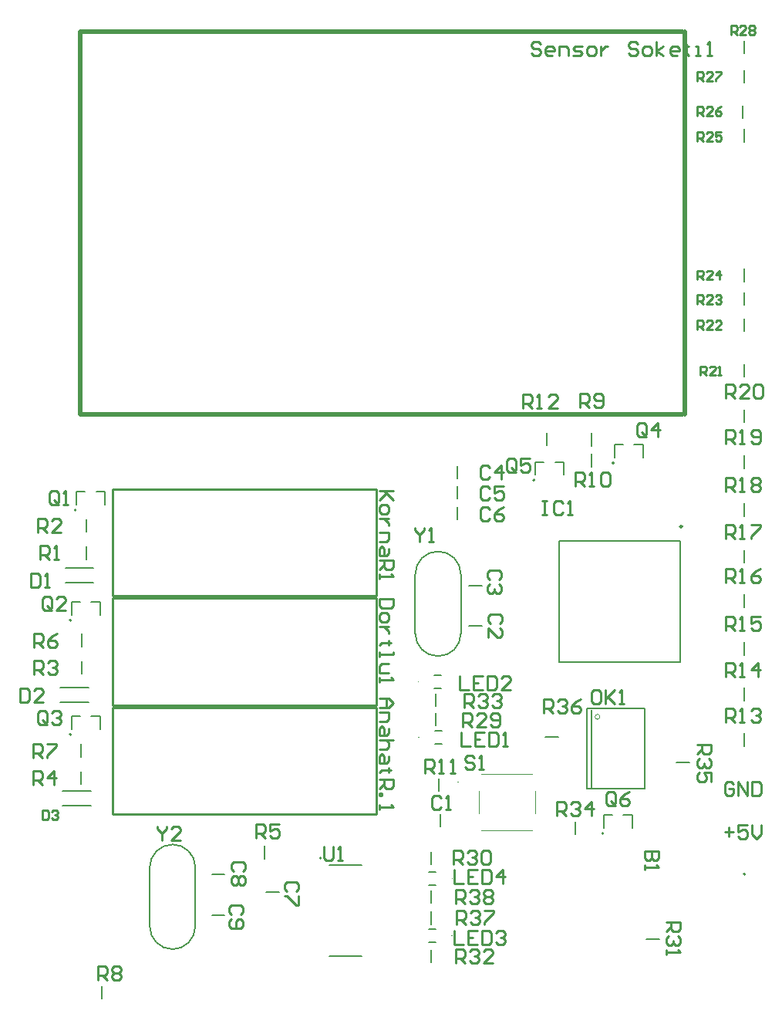
<source format=gto>
G04*
G04 #@! TF.GenerationSoftware,Altium Limited,Altium Designer,22.9.1 (49)*
G04*
G04 Layer_Color=65535*
%FSLAX44Y44*%
%MOMM*%
G71*
G04*
G04 #@! TF.SameCoordinates,3AF70149-3D4E-492E-B143-9ECFE05FD8F5*
G04*
G04*
G04 #@! TF.FilePolarity,Positive*
G04*
G01*
G75*
%ADD10C,0.2500*%
%ADD11C,0.1000*%
%ADD12C,0.2000*%
%ADD13C,0.0000*%
%ADD14C,0.1270*%
%ADD15C,0.5000*%
%ADD16C,0.1524*%
%ADD17C,0.2540*%
D10*
X757318Y528017D02*
G03*
X757318Y528017I-1250J0D01*
G01*
D11*
X510768Y247756D02*
G03*
X511768Y247756I500J0D01*
G01*
D02*
G03*
X510768Y247756I-500J0D01*
G01*
X467768Y296756D02*
G03*
X468768Y296756I500J0D01*
G01*
X466768Y357756D02*
G03*
X467768Y357756I500J0D01*
G01*
X504768Y79256D02*
G03*
X503768Y79256I-500J0D01*
G01*
X504768Y141756D02*
G03*
X503768Y141756I-500J0D01*
G01*
X533768Y213756D02*
Y237756D01*
X595768Y213756D02*
Y237756D01*
X536768Y256756D02*
X592768D01*
X536768Y194756D02*
X592768D01*
D12*
X826768Y146756D02*
G03*
X826768Y146756I-1000J0D01*
G01*
X91809Y546256D02*
G03*
X91809Y546256I-1000J0D01*
G01*
X682518Y597756D02*
G03*
X682518Y597756I-1000J0D01*
G01*
X595518Y578756D02*
G03*
X595518Y578756I-1000J0D01*
G01*
X670768Y191356D02*
G03*
X670768Y191356I-1000J0D01*
G01*
X86559Y300056D02*
G03*
X86559Y300056I-1000J0D01*
G01*
Y425256D02*
G03*
X86559Y425256I-1000J0D01*
G01*
X361268Y164306D02*
G03*
X361268Y164306I-1000J0D01*
G01*
X755068Y379017D02*
Y512017D01*
X622068Y379017D02*
X755068D01*
X622068D02*
Y512017D01*
X755068D01*
X491768Y198756D02*
Y212756D01*
X523268Y419256D02*
X537268D01*
X523268Y463256D02*
X537268D01*
X510268Y580756D02*
Y594756D01*
Y558756D02*
Y572756D01*
Y535756D02*
Y549756D01*
X300768Y126756D02*
X314768D01*
X240768Y146756D02*
X254768D01*
X240768Y101756D02*
X254768D01*
X102768Y492256D02*
Y506256D01*
Y522256D02*
Y536256D01*
X97518Y245256D02*
Y259256D01*
X298750Y163750D02*
Y177750D01*
X97518Y275256D02*
Y289256D01*
X120000Y10000D02*
Y24000D01*
X657518Y616756D02*
Y630756D01*
Y593756D02*
Y607756D01*
X490418Y237756D02*
Y251756D01*
X609000Y617000D02*
Y631000D01*
X486768Y309756D02*
Y323756D01*
X481675Y157256D02*
Y171256D01*
X718000Y75000D02*
X732000D01*
X481675Y49756D02*
Y63756D01*
X486768Y330756D02*
Y344756D01*
X639768Y190256D02*
Y204256D01*
X751268Y269256D02*
X765268D01*
X607268Y297256D02*
X621268D01*
X481675Y91806D02*
Y105806D01*
Y114756D02*
Y128756D01*
X97768Y396256D02*
Y410256D01*
X97768Y366256D02*
Y380256D01*
X825268Y387256D02*
Y401256D01*
Y592256D02*
Y606256D01*
Y439756D02*
Y453756D01*
Y488456D02*
Y502456D01*
Y337256D02*
Y351256D01*
Y692256D02*
Y706256D01*
Y539756D02*
Y553756D01*
Y287256D02*
Y301256D01*
Y742256D02*
Y756256D01*
X825000Y771000D02*
Y785000D01*
Y797000D02*
Y811000D01*
Y950000D02*
Y964000D01*
X824000Y976000D02*
Y990000D01*
X825000Y1015000D02*
Y1029000D01*
X825268Y1047256D02*
Y1061256D01*
Y642256D02*
Y656256D01*
X485768Y304256D02*
X493768D01*
X485768Y289256D02*
X493768D01*
X484768Y365256D02*
X492768D01*
X484768Y350256D02*
X492768D01*
X478768Y71756D02*
X486768D01*
X478768Y86756D02*
X486768D01*
X478768Y134256D02*
X486768D01*
X478768Y149256D02*
X486768D01*
X80018Y466256D02*
X111018D01*
X80018Y482256D02*
X111018D01*
X74768Y335256D02*
X105768D01*
X74768Y351256D02*
X105768D01*
X77000Y222000D02*
X108000D01*
X77000Y238000D02*
X108000D01*
D13*
X667029Y319256D02*
G03*
X667029Y319256I-2761J0D01*
G01*
D14*
X489268Y385756D02*
G03*
X514268Y410756I0J25000D01*
G01*
X464268D02*
G03*
X489268Y385756I25000J0D01*
G01*
X514268Y475756D02*
G03*
X489268Y500756I-25000J0D01*
G01*
D02*
G03*
X464268Y475756I0J-25000D01*
G01*
X197768Y179256D02*
G03*
X172768Y154256I0J-25000D01*
G01*
X222768D02*
G03*
X197768Y179256I-25000J0D01*
G01*
X172768Y89256D02*
G03*
X197768Y64256I25000J0D01*
G01*
D02*
G03*
X222768Y89256I0J25000D01*
G01*
X92219Y552256D02*
Y566256D01*
X101719D01*
X123399Y552256D02*
Y566256D01*
X113899D02*
X123399D01*
X682928Y603756D02*
Y617756D01*
X692428D01*
X714108Y603756D02*
Y617756D01*
X704608D02*
X714108D01*
X595928Y584756D02*
Y598756D01*
X605428D01*
X627108Y584756D02*
Y598756D01*
X617608D02*
X627108D01*
X671178Y197356D02*
Y211356D01*
X680678D01*
X702358Y197356D02*
Y211356D01*
X692858D02*
X702358D01*
X86969Y306056D02*
Y320056D01*
X96469D01*
X118149Y306056D02*
Y320056D01*
X108649D02*
X118149D01*
X86969Y431256D02*
Y445256D01*
X96469D01*
X118149Y431256D02*
Y445256D01*
X108649D02*
X118149D01*
X514268Y410756D02*
Y475756D01*
X464268Y410756D02*
Y475756D01*
X172768Y89256D02*
Y154256D01*
X222768Y89256D02*
Y154256D01*
X370018Y56756D02*
X405518D01*
X370018Y156756D02*
X405518D01*
D15*
X759768Y650906D02*
Y1070906D01*
X97768Y650906D02*
X757768D01*
X97768Y1070906D02*
X757768D01*
X96739Y650778D02*
Y1070778D01*
D16*
X657628Y240656D02*
Y327106D01*
X652468Y328106D02*
X716068D01*
X652468Y240656D02*
Y328106D01*
X716068Y240656D02*
Y328106D01*
X652468Y240656D02*
X657628D01*
X716068D01*
D17*
X131768Y212256D02*
X421768D01*
Y329256D01*
X131768D02*
X421768D01*
X131768Y212256D02*
Y329256D01*
Y332256D02*
X421768D01*
Y449256D01*
X131768D02*
X421768D01*
X131768Y332256D02*
Y449256D01*
Y451756D02*
X421768D01*
Y568756D01*
X131768D02*
X421768D01*
X131768Y451756D02*
Y568756D01*
X773382Y288313D02*
X788617D01*
Y280696D01*
X786078Y278157D01*
X781000D01*
X778461Y280696D01*
Y288313D01*
Y283235D02*
X773382Y278157D01*
X786078Y273078D02*
X788617Y270539D01*
Y265461D01*
X786078Y262922D01*
X783539D01*
X781000Y265461D01*
Y268000D01*
Y265461D01*
X778461Y262922D01*
X775922D01*
X773382Y265461D01*
Y270539D01*
X775922Y273078D01*
X788617Y247687D02*
Y257843D01*
X781000D01*
X783539Y252765D01*
Y250226D01*
X781000Y247687D01*
X775922D01*
X773382Y250226D01*
Y255304D01*
X775922Y257843D01*
X773671Y744002D02*
Y753998D01*
X778669D01*
X780335Y752332D01*
Y749000D01*
X778669Y747334D01*
X773671D01*
X777003D02*
X780335Y744002D01*
X790332D02*
X783668D01*
X790332Y750666D01*
Y752332D01*
X788666Y753998D01*
X785334D01*
X783668Y752332D01*
X800329Y744002D02*
X793664D01*
X800329Y750666D01*
Y752332D01*
X798663Y753998D01*
X795331D01*
X793664Y752332D01*
X773671Y772002D02*
Y781998D01*
X778669D01*
X780335Y780332D01*
Y777000D01*
X778669Y775334D01*
X773671D01*
X777003D02*
X780335Y772002D01*
X790332D02*
X783668D01*
X790332Y778666D01*
Y780332D01*
X788666Y781998D01*
X785334D01*
X783668Y780332D01*
X793664D02*
X795331Y781998D01*
X798663D01*
X800329Y780332D01*
Y778666D01*
X798663Y777000D01*
X796997D01*
X798663D01*
X800329Y775334D01*
Y773668D01*
X798663Y772002D01*
X795331D01*
X793664Y773668D01*
X773671Y799002D02*
Y808998D01*
X778669D01*
X780335Y807332D01*
Y804000D01*
X778669Y802334D01*
X773671D01*
X777003D02*
X780335Y799002D01*
X790332D02*
X783668D01*
X790332Y805666D01*
Y807332D01*
X788666Y808998D01*
X785334D01*
X783668Y807332D01*
X798663Y799002D02*
Y808998D01*
X793664Y804000D01*
X800329D01*
X777003Y694002D02*
Y703998D01*
X782002D01*
X783668Y702332D01*
Y699000D01*
X782002Y697334D01*
X777003D01*
X780335D02*
X783668Y694002D01*
X793664D02*
X787000D01*
X793664Y700666D01*
Y702332D01*
X791998Y703998D01*
X788666D01*
X787000Y702332D01*
X796997Y694002D02*
X800329D01*
X798663D01*
Y703998D01*
X796997Y702332D01*
X773671Y979002D02*
Y988998D01*
X778669D01*
X780335Y987332D01*
Y984000D01*
X778669Y982334D01*
X773671D01*
X777003D02*
X780335Y979002D01*
X790332D02*
X783668D01*
X790332Y985666D01*
Y987332D01*
X788666Y988998D01*
X785334D01*
X783668Y987332D01*
X800329Y988998D02*
X796997Y987332D01*
X793664Y984000D01*
Y980668D01*
X795331Y979002D01*
X798663D01*
X800329Y980668D01*
Y982334D01*
X798663Y984000D01*
X793664D01*
X773671Y951002D02*
Y960998D01*
X778669D01*
X780335Y959332D01*
Y956000D01*
X778669Y954334D01*
X773671D01*
X777003D02*
X780335Y951002D01*
X790332D02*
X783668D01*
X790332Y957666D01*
Y959332D01*
X788666Y960998D01*
X785334D01*
X783668Y959332D01*
X800329Y960998D02*
X793664D01*
Y956000D01*
X796997Y957666D01*
X798663D01*
X800329Y956000D01*
Y952668D01*
X798663Y951002D01*
X795331D01*
X793664Y952668D01*
X773671Y1017002D02*
Y1026998D01*
X778669D01*
X780335Y1025332D01*
Y1022000D01*
X778669Y1020334D01*
X773671D01*
X777003D02*
X780335Y1017002D01*
X790332D02*
X783668D01*
X790332Y1023666D01*
Y1025332D01*
X788666Y1026998D01*
X785334D01*
X783668Y1025332D01*
X793664Y1026998D02*
X800329D01*
Y1025332D01*
X793664Y1018668D01*
Y1017002D01*
X810671Y1068002D02*
Y1077998D01*
X815669D01*
X817336Y1076332D01*
Y1073000D01*
X815669Y1071334D01*
X810671D01*
X814003D02*
X817336Y1068002D01*
X827332D02*
X820668D01*
X827332Y1074666D01*
Y1076332D01*
X825666Y1077998D01*
X822334D01*
X820668Y1076332D01*
X830665D02*
X832331Y1077998D01*
X835663D01*
X837329Y1076332D01*
Y1074666D01*
X835663Y1073000D01*
X837329Y1071334D01*
Y1069668D01*
X835663Y1068002D01*
X832331D01*
X830665Y1069668D01*
Y1071334D01*
X832331Y1073000D01*
X830665Y1074666D01*
Y1076332D01*
X832331Y1073000D02*
X835663D01*
X731618Y172157D02*
X716383D01*
Y164539D01*
X718922Y162000D01*
X721461D01*
X724000Y164539D01*
Y172157D01*
Y164539D01*
X726539Y162000D01*
X729078D01*
X731618Y164539D01*
Y172157D01*
X716383Y156922D02*
Y151843D01*
Y154382D01*
X731618D01*
X729078Y156922D01*
X601879Y1057328D02*
X599340Y1059867D01*
X594261D01*
X591722Y1057328D01*
Y1054789D01*
X594261Y1052250D01*
X599340D01*
X601879Y1049711D01*
Y1047172D01*
X599340Y1044632D01*
X594261D01*
X591722Y1047172D01*
X614575Y1044632D02*
X609496D01*
X606957Y1047172D01*
Y1052250D01*
X609496Y1054789D01*
X614575D01*
X617114Y1052250D01*
Y1049711D01*
X606957D01*
X622192Y1044632D02*
Y1054789D01*
X629810D01*
X632349Y1052250D01*
Y1044632D01*
X637427D02*
X645045D01*
X647584Y1047172D01*
X645045Y1049711D01*
X639967D01*
X637427Y1052250D01*
X639967Y1054789D01*
X647584D01*
X655201Y1044632D02*
X660280D01*
X662819Y1047172D01*
Y1052250D01*
X660280Y1054789D01*
X655201D01*
X652662Y1052250D01*
Y1047172D01*
X655201Y1044632D01*
X667897Y1054789D02*
Y1044632D01*
Y1049711D01*
X670437Y1052250D01*
X672976Y1054789D01*
X675515D01*
X708524Y1057328D02*
X705985Y1059867D01*
X700907D01*
X698368Y1057328D01*
Y1054789D01*
X700907Y1052250D01*
X705985D01*
X708524Y1049711D01*
Y1047172D01*
X705985Y1044632D01*
X700907D01*
X698368Y1047172D01*
X716142Y1044632D02*
X721220D01*
X723759Y1047172D01*
Y1052250D01*
X721220Y1054789D01*
X716142D01*
X713603Y1052250D01*
Y1047172D01*
X716142Y1044632D01*
X728838D02*
Y1059867D01*
Y1049711D02*
X736455Y1054789D01*
X728838Y1049711D02*
X736455Y1044632D01*
X751690D02*
X746612D01*
X744073Y1047172D01*
Y1052250D01*
X746612Y1054789D01*
X751690D01*
X754230Y1052250D01*
Y1049711D01*
X744073D01*
X761847Y1057328D02*
Y1054789D01*
X759308D01*
X764386D01*
X761847D01*
Y1047172D01*
X764386Y1044632D01*
X772004D02*
X777082D01*
X774543D01*
Y1054789D01*
X772004D01*
X784700Y1044632D02*
X789778D01*
X787239D01*
Y1059867D01*
X784700Y1057328D01*
X813947Y245736D02*
X811407Y248275D01*
X806329D01*
X803790Y245736D01*
Y235579D01*
X806329Y233040D01*
X811407D01*
X813947Y235579D01*
Y240658D01*
X808868D01*
X819025Y233040D02*
Y248275D01*
X829182Y233040D01*
Y248275D01*
X834260D02*
Y233040D01*
X841878D01*
X844417Y235579D01*
Y245736D01*
X841878Y248275D01*
X834260D01*
X803790Y193407D02*
X813947D01*
X808868Y198486D02*
Y188329D01*
X829182Y201025D02*
X819025D01*
Y193407D01*
X824103Y195947D01*
X826643D01*
X829182Y193407D01*
Y188329D01*
X826643Y185790D01*
X821564D01*
X819025Y188329D01*
X834260Y201025D02*
Y190868D01*
X839339Y185790D01*
X844417Y190868D01*
Y201025D01*
X804924Y668658D02*
Y683893D01*
X812542D01*
X815081Y681354D01*
Y676276D01*
X812542Y673736D01*
X804924D01*
X810003D02*
X815081Y668658D01*
X830316D02*
X820159D01*
X830316Y678815D01*
Y681354D01*
X827777Y683893D01*
X822699D01*
X820159Y681354D01*
X835394D02*
X837934Y683893D01*
X843012D01*
X845551Y681354D01*
Y671197D01*
X843012Y668658D01*
X837934D01*
X835394Y671197D01*
Y681354D01*
X804924Y313566D02*
Y328801D01*
X812542D01*
X815081Y326262D01*
Y321184D01*
X812542Y318644D01*
X804924D01*
X810003D02*
X815081Y313566D01*
X820159D02*
X825238D01*
X822699D01*
Y328801D01*
X820159Y326262D01*
X832855D02*
X835394Y328801D01*
X840473D01*
X843012Y326262D01*
Y323723D01*
X840473Y321184D01*
X837934D01*
X840473D01*
X843012Y318644D01*
Y316105D01*
X840473Y313566D01*
X835394D01*
X832855Y316105D01*
X804924Y566042D02*
Y581277D01*
X812542D01*
X815081Y578738D01*
Y573660D01*
X812542Y571120D01*
X804924D01*
X810003D02*
X815081Y566042D01*
X820159D02*
X825238D01*
X822699D01*
Y581277D01*
X820159Y578738D01*
X832855D02*
X835394Y581277D01*
X840473D01*
X843012Y578738D01*
Y576199D01*
X840473Y573660D01*
X843012Y571120D01*
Y568581D01*
X840473Y566042D01*
X835394D01*
X832855Y568581D01*
Y571120D01*
X835394Y573660D01*
X832855Y576199D01*
Y578738D01*
X835394Y573660D02*
X840473D01*
X804924Y363604D02*
Y378839D01*
X812542D01*
X815081Y376300D01*
Y371222D01*
X812542Y368682D01*
X804924D01*
X810003D02*
X815081Y363604D01*
X820159D02*
X825238D01*
X822699D01*
Y378839D01*
X820159Y376300D01*
X840473Y363604D02*
Y378839D01*
X832855Y371222D01*
X843012D01*
X804924Y514734D02*
Y529969D01*
X812542D01*
X815081Y527430D01*
Y522352D01*
X812542Y519812D01*
X804924D01*
X810003D02*
X815081Y514734D01*
X820159D02*
X825238D01*
X822699D01*
Y529969D01*
X820159Y527430D01*
X832855Y529969D02*
X843012D01*
Y527430D01*
X832855Y517273D01*
Y514734D01*
X804924Y466220D02*
Y481455D01*
X812542D01*
X815081Y478916D01*
Y473838D01*
X812542Y471298D01*
X804924D01*
X810003D02*
X815081Y466220D01*
X820159D02*
X825238D01*
X822699D01*
Y481455D01*
X820159Y478916D01*
X843012Y481455D02*
X837934Y478916D01*
X832855Y473838D01*
Y468759D01*
X835394Y466220D01*
X840473D01*
X843012Y468759D01*
Y471298D01*
X840473Y473838D01*
X832855D01*
X804924Y618620D02*
Y633855D01*
X812542D01*
X815081Y631316D01*
Y626238D01*
X812542Y623698D01*
X804924D01*
X810003D02*
X815081Y618620D01*
X820159D02*
X825238D01*
X822699D01*
Y633855D01*
X820159Y631316D01*
X832855Y621159D02*
X835394Y618620D01*
X840473D01*
X843012Y621159D01*
Y631316D01*
X840473Y633855D01*
X835394D01*
X832855Y631316D01*
Y628777D01*
X835394Y626238D01*
X843012D01*
X804924Y413642D02*
Y428877D01*
X812542D01*
X815081Y426338D01*
Y421260D01*
X812542Y418720D01*
X804924D01*
X810003D02*
X815081Y413642D01*
X820159D02*
X825238D01*
X822699D01*
Y428877D01*
X820159Y426338D01*
X843012Y428877D02*
X832855D01*
Y421260D01*
X837934Y423799D01*
X840473D01*
X843012Y421260D01*
Y416181D01*
X840473Y413642D01*
X835394D01*
X832855Y416181D01*
X181304Y198617D02*
Y196078D01*
X186383Y191000D01*
X191461Y196078D01*
Y198617D01*
X186383Y191000D02*
Y183382D01*
X206696D02*
X196539D01*
X206696Y193539D01*
Y196078D01*
X204157Y198617D01*
X199078D01*
X196539Y196078D01*
X464126Y526239D02*
Y523700D01*
X469204Y518622D01*
X474283Y523700D01*
Y526239D01*
X469204Y518622D02*
Y511004D01*
X479361D02*
X484440D01*
X481900D01*
Y526239D01*
X479361Y523700D01*
X364343Y177367D02*
Y164672D01*
X366883Y162132D01*
X371961D01*
X374500Y164672D01*
Y177367D01*
X379578Y162132D02*
X384657D01*
X382118D01*
Y177367D01*
X379578Y174828D01*
X529000Y274328D02*
X526461Y276868D01*
X521382D01*
X518843Y274328D01*
Y271789D01*
X521382Y269250D01*
X526461D01*
X529000Y266711D01*
Y264172D01*
X526461Y261632D01*
X521382D01*
X518843Y264172D01*
X534078Y261632D02*
X539157D01*
X536618D01*
Y276868D01*
X534078Y274328D01*
X45322Y365638D02*
Y380873D01*
X52940D01*
X55479Y378334D01*
Y373256D01*
X52940Y370717D01*
X45322D01*
X50401D02*
X55479Y365638D01*
X60557Y378334D02*
X63096Y380873D01*
X68175D01*
X70714Y378334D01*
Y375795D01*
X68175Y373256D01*
X65636D01*
X68175D01*
X70714Y370717D01*
Y368178D01*
X68175Y365638D01*
X63096D01*
X60557Y368178D01*
X45322Y395639D02*
Y410873D01*
X52940D01*
X55479Y408334D01*
Y403256D01*
X52940Y400717D01*
X45322D01*
X50401D02*
X55479Y395639D01*
X70714Y410873D02*
X65636Y408334D01*
X60557Y403256D01*
Y398178D01*
X63096Y395639D01*
X68175D01*
X70714Y398178D01*
Y400717D01*
X68175Y403256D01*
X60557D01*
X508862Y114138D02*
Y129374D01*
X516479D01*
X519019Y126834D01*
Y121756D01*
X516479Y119217D01*
X508862D01*
X513940D02*
X519019Y114138D01*
X524097Y126834D02*
X526636Y129374D01*
X531714D01*
X534254Y126834D01*
Y124295D01*
X531714Y121756D01*
X529175D01*
X531714D01*
X534254Y119217D01*
Y116678D01*
X531714Y114138D01*
X526636D01*
X524097Y116678D01*
X539332Y126834D02*
X541871Y129374D01*
X546949D01*
X549489Y126834D01*
Y124295D01*
X546949Y121756D01*
X549489Y119217D01*
Y116678D01*
X546949Y114138D01*
X541871D01*
X539332Y116678D01*
Y119217D01*
X541871Y121756D01*
X539332Y124295D01*
Y126834D01*
X541871Y121756D02*
X546949D01*
X509955Y91638D02*
Y106874D01*
X517572D01*
X520111Y104334D01*
Y99256D01*
X517572Y96717D01*
X509955D01*
X515033D02*
X520111Y91638D01*
X525190Y104334D02*
X527729Y106874D01*
X532807D01*
X535346Y104334D01*
Y101795D01*
X532807Y99256D01*
X530268D01*
X532807D01*
X535346Y96717D01*
Y94178D01*
X532807Y91638D01*
X527729D01*
X525190Y94178D01*
X540425Y106874D02*
X550582D01*
Y104334D01*
X540425Y94178D01*
Y91638D01*
X605437Y323633D02*
Y338867D01*
X613054D01*
X615593Y336328D01*
Y331250D01*
X613054Y328711D01*
X605437D01*
X610515D02*
X615593Y323633D01*
X620672Y336328D02*
X623211Y338867D01*
X628289D01*
X630828Y336328D01*
Y333789D01*
X628289Y331250D01*
X625750D01*
X628289D01*
X630828Y328711D01*
Y326172D01*
X628289Y323633D01*
X623211D01*
X620672Y326172D01*
X646064Y338867D02*
X640985Y336328D01*
X635907Y331250D01*
Y326172D01*
X638446Y323633D01*
X643524D01*
X646064Y326172D01*
Y328711D01*
X643524Y331250D01*
X635907D01*
X619937Y210632D02*
Y225868D01*
X627554D01*
X630093Y223328D01*
Y218250D01*
X627554Y215711D01*
X619937D01*
X625015D02*
X630093Y210632D01*
X635172Y223328D02*
X637711Y225868D01*
X642789D01*
X645328Y223328D01*
Y220789D01*
X642789Y218250D01*
X640250D01*
X642789D01*
X645328Y215711D01*
Y213172D01*
X642789Y210632D01*
X637711D01*
X635172Y213172D01*
X658024Y210632D02*
Y225868D01*
X650407Y218250D01*
X660563D01*
X518455Y329138D02*
Y344374D01*
X526072D01*
X528611Y341834D01*
Y336756D01*
X526072Y334217D01*
X518455D01*
X523533D02*
X528611Y329138D01*
X533690Y341834D02*
X536229Y344374D01*
X541307D01*
X543847Y341834D01*
Y339295D01*
X541307Y336756D01*
X538768D01*
X541307D01*
X543847Y334217D01*
Y331678D01*
X541307Y329138D01*
X536229D01*
X533690Y331678D01*
X548925Y341834D02*
X551464Y344374D01*
X556542D01*
X559082Y341834D01*
Y339295D01*
X556542Y336756D01*
X554003D01*
X556542D01*
X559082Y334217D01*
Y331678D01*
X556542Y329138D01*
X551464D01*
X548925Y331678D01*
X508862Y49138D02*
Y64373D01*
X516479D01*
X519019Y61834D01*
Y56756D01*
X516479Y54217D01*
X508862D01*
X513940D02*
X519019Y49138D01*
X524097Y61834D02*
X526636Y64373D01*
X531714D01*
X534254Y61834D01*
Y59295D01*
X531714Y56756D01*
X529175D01*
X531714D01*
X534254Y54217D01*
Y51678D01*
X531714Y49138D01*
X526636D01*
X524097Y51678D01*
X549489Y49138D02*
X539332D01*
X549489Y59295D01*
Y61834D01*
X546949Y64373D01*
X541871D01*
X539332Y61834D01*
X739626Y94292D02*
X754862D01*
Y86675D01*
X752322Y84136D01*
X747244D01*
X744705Y86675D01*
Y94292D01*
Y89214D02*
X739626Y84136D01*
X752322Y79057D02*
X754862Y76518D01*
Y71440D01*
X752322Y68901D01*
X749783D01*
X747244Y71440D01*
Y73979D01*
Y71440D01*
X744705Y68901D01*
X742166D01*
X739626Y71440D01*
Y76518D01*
X742166Y79057D01*
X739626Y63822D02*
Y58744D01*
Y61283D01*
X754862D01*
X752322Y63822D01*
X506437Y157382D02*
Y172617D01*
X514054D01*
X516593Y170078D01*
Y165000D01*
X514054Y162461D01*
X506437D01*
X511515D02*
X516593Y157382D01*
X521672Y170078D02*
X524211Y172617D01*
X529289D01*
X531828Y170078D01*
Y167539D01*
X529289Y165000D01*
X526750D01*
X529289D01*
X531828Y162461D01*
Y159922D01*
X529289Y157382D01*
X524211D01*
X521672Y159922D01*
X536907Y170078D02*
X539446Y172617D01*
X544524D01*
X547063Y170078D01*
Y159922D01*
X544524Y157382D01*
X539446D01*
X536907Y159922D01*
Y170078D01*
X516455Y308139D02*
Y323374D01*
X524072D01*
X526611Y320834D01*
Y315756D01*
X524072Y313217D01*
X516455D01*
X521533D02*
X526611Y308139D01*
X541847D02*
X531690D01*
X541847Y318295D01*
Y320834D01*
X539307Y323374D01*
X534229D01*
X531690Y320834D01*
X546925Y310678D02*
X549464Y308139D01*
X554542D01*
X557082Y310678D01*
Y320834D01*
X554542Y323374D01*
X549464D01*
X546925Y320834D01*
Y318295D01*
X549464Y315756D01*
X557082D01*
X582438Y657626D02*
Y672861D01*
X590056D01*
X592595Y670322D01*
Y665244D01*
X590056Y662705D01*
X582438D01*
X587516D02*
X592595Y657626D01*
X597673D02*
X602751D01*
X600212D01*
Y672861D01*
X597673Y670322D01*
X620526Y657626D02*
X610369D01*
X620526Y667783D01*
Y670322D01*
X617986Y672861D01*
X612908D01*
X610369Y670322D01*
X474495Y257132D02*
Y272367D01*
X482113D01*
X484652Y269828D01*
Y264750D01*
X482113Y262211D01*
X474495D01*
X479574D02*
X484652Y257132D01*
X489730D02*
X494809D01*
X492270D01*
Y272367D01*
X489730Y269828D01*
X502426Y257132D02*
X507505D01*
X504966D01*
Y272367D01*
X502426Y269828D01*
X639956Y572132D02*
Y587368D01*
X647574D01*
X650113Y584828D01*
Y579750D01*
X647574Y577211D01*
X639956D01*
X645034D02*
X650113Y572132D01*
X655191D02*
X660270D01*
X657730D01*
Y587368D01*
X655191Y584828D01*
X667887D02*
X670426Y587368D01*
X675505D01*
X678044Y584828D01*
Y574672D01*
X675505Y572132D01*
X670426D01*
X667887Y574672D01*
Y584828D01*
X644804Y658382D02*
Y673617D01*
X652422D01*
X654961Y671078D01*
Y666000D01*
X652422Y663461D01*
X644804D01*
X649883D02*
X654961Y658382D01*
X660039Y660922D02*
X662578Y658382D01*
X667657D01*
X670196Y660922D01*
Y671078D01*
X667657Y673617D01*
X662578D01*
X660039Y671078D01*
Y668539D01*
X662578Y666000D01*
X670196D01*
X115536Y30126D02*
Y45361D01*
X123153D01*
X125693Y42822D01*
Y37744D01*
X123153Y35205D01*
X115536D01*
X120614D02*
X125693Y30126D01*
X130771Y42822D02*
X133310Y45361D01*
X138389D01*
X140928Y42822D01*
Y40283D01*
X138389Y37744D01*
X140928Y35205D01*
Y32666D01*
X138389Y30126D01*
X133310D01*
X130771Y32666D01*
Y35205D01*
X133310Y37744D01*
X130771Y40283D01*
Y42822D01*
X133310Y37744D02*
X138389D01*
X45072Y274638D02*
Y289874D01*
X52690D01*
X55229Y287334D01*
Y282256D01*
X52690Y279717D01*
X45072D01*
X50151D02*
X55229Y274638D01*
X60307Y289874D02*
X70464D01*
Y287334D01*
X60307Y277178D01*
Y274638D01*
X289536Y185876D02*
Y201112D01*
X297153D01*
X299693Y198572D01*
Y193494D01*
X297153Y190955D01*
X289536D01*
X294614D02*
X299693Y185876D01*
X314928Y201112D02*
X304771D01*
Y193494D01*
X309849Y196033D01*
X312389D01*
X314928Y193494D01*
Y188416D01*
X312389Y185876D01*
X307310D01*
X304771Y188416D01*
X45072Y244638D02*
Y259874D01*
X52690D01*
X55229Y257334D01*
Y252256D01*
X52690Y249717D01*
X45072D01*
X50151D02*
X55229Y244638D01*
X67925D02*
Y259874D01*
X60307Y252256D01*
X70464D01*
X50072Y521638D02*
Y536874D01*
X57690D01*
X60229Y534334D01*
Y529256D01*
X57690Y526717D01*
X50072D01*
X55151D02*
X60229Y521638D01*
X75464D02*
X65307D01*
X75464Y531795D01*
Y534334D01*
X72925Y536874D01*
X67846D01*
X65307Y534334D01*
X52611Y491638D02*
Y506874D01*
X60229D01*
X62768Y504334D01*
Y499256D01*
X60229Y496717D01*
X52611D01*
X57690D02*
X62768Y491638D01*
X67846D02*
X72925D01*
X70386D01*
Y506874D01*
X67846Y504334D01*
X65229Y438178D02*
Y448334D01*
X62690Y450873D01*
X57611D01*
X55072Y448334D01*
Y438178D01*
X57611Y435638D01*
X62690D01*
X60151Y440717D02*
X65229Y435638D01*
X62690D02*
X65229Y438178D01*
X80464Y435638D02*
X70307D01*
X80464Y445795D01*
Y448334D01*
X77925Y450873D01*
X72846D01*
X70307Y448334D01*
X60229Y313178D02*
Y323334D01*
X57690Y325873D01*
X52611D01*
X50072Y323334D01*
Y313178D01*
X52611Y310638D01*
X57690D01*
X55151Y315717D02*
X60229Y310638D01*
X57690D02*
X60229Y313178D01*
X65307Y323334D02*
X67846Y325873D01*
X72925D01*
X75464Y323334D01*
Y320795D01*
X72925Y318256D01*
X70386D01*
X72925D01*
X75464Y315717D01*
Y313178D01*
X72925Y310638D01*
X67846D01*
X65307Y313178D01*
X683711Y224672D02*
Y234828D01*
X681172Y237367D01*
X676093D01*
X673554Y234828D01*
Y224672D01*
X676093Y222132D01*
X681172D01*
X678633Y227211D02*
X683711Y222132D01*
X681172D02*
X683711Y224672D01*
X698946Y237367D02*
X693867Y234828D01*
X688789Y229750D01*
Y224672D01*
X691328Y222132D01*
X696407D01*
X698946Y224672D01*
Y227211D01*
X696407Y229750D01*
X688789D01*
X574461Y590172D02*
Y600328D01*
X571922Y602868D01*
X566843D01*
X564304Y600328D01*
Y590172D01*
X566843Y587632D01*
X571922D01*
X569383Y592711D02*
X574461Y587632D01*
X571922D02*
X574461Y590172D01*
X589696Y602868D02*
X579539D01*
Y595250D01*
X584618Y597789D01*
X587157D01*
X589696Y595250D01*
Y590172D01*
X587157Y587632D01*
X582078D01*
X579539Y590172D01*
X717711Y629422D02*
Y639578D01*
X715172Y642117D01*
X710093D01*
X707554Y639578D01*
Y629422D01*
X710093Y626883D01*
X715172D01*
X712633Y631961D02*
X717711Y626883D01*
X715172D02*
X717711Y629422D01*
X730407Y626883D02*
Y642117D01*
X722789Y634500D01*
X732946D01*
X72768Y554178D02*
Y564334D01*
X70229Y566874D01*
X65151D01*
X62611Y564334D01*
Y554178D01*
X65151Y551638D01*
X70229D01*
X67690Y556717D02*
X72768Y551638D01*
X70229D02*
X72768Y554178D01*
X77846Y551638D02*
X82925D01*
X80386D01*
Y566874D01*
X77846Y564334D01*
X665593Y349118D02*
X660515D01*
X657976Y346578D01*
Y336422D01*
X660515Y333882D01*
X665593D01*
X668132Y336422D01*
Y346578D01*
X665593Y349118D01*
X673211D02*
Y333882D01*
Y338961D01*
X683368Y349118D01*
X675750Y341500D01*
X683368Y333882D01*
X688446D02*
X693524D01*
X690985D01*
Y349118D01*
X688446Y346578D01*
X507337Y151874D02*
Y136638D01*
X517494D01*
X532729Y151874D02*
X522572D01*
Y136638D01*
X532729D01*
X522572Y144256D02*
X527651D01*
X537807Y151874D02*
Y136638D01*
X545425D01*
X547964Y139178D01*
Y149334D01*
X545425Y151874D01*
X537807D01*
X560660Y136638D02*
Y151874D01*
X553042Y144256D01*
X563199D01*
X507337Y84374D02*
Y69138D01*
X517494D01*
X532729Y84374D02*
X522572D01*
Y69138D01*
X532729D01*
X522572Y76756D02*
X527651D01*
X537807Y84374D02*
Y69138D01*
X545425D01*
X547964Y71678D01*
Y81834D01*
X545425Y84374D01*
X537807D01*
X553042Y81834D02*
X555582Y84374D01*
X560660D01*
X563199Y81834D01*
Y79295D01*
X560660Y76756D01*
X558121D01*
X560660D01*
X563199Y74217D01*
Y71678D01*
X560660Y69138D01*
X555582D01*
X553042Y71678D01*
X512837Y364374D02*
Y349138D01*
X522994D01*
X538229Y364374D02*
X528072D01*
Y349138D01*
X538229D01*
X528072Y356756D02*
X533151D01*
X543307Y364374D02*
Y349138D01*
X550925D01*
X553464Y351678D01*
Y361834D01*
X550925Y364374D01*
X543307D01*
X568699Y349138D02*
X558542D01*
X568699Y359295D01*
Y361834D01*
X566160Y364374D01*
X561082D01*
X558542Y361834D01*
X514376Y302374D02*
Y287139D01*
X524533D01*
X539768Y302374D02*
X529611D01*
Y287139D01*
X539768D01*
X529611Y294756D02*
X534690D01*
X544846Y302374D02*
Y287139D01*
X552464D01*
X555003Y289678D01*
Y299834D01*
X552464Y302374D01*
X544846D01*
X560082Y287139D02*
X565160D01*
X562621D01*
Y302374D01*
X560082Y299834D01*
X440386Y567500D02*
X425151D01*
X430229D01*
X440386Y557344D01*
X432768Y564961D01*
X425151Y557344D01*
Y549726D02*
Y544648D01*
X427690Y542109D01*
X432768D01*
X435307Y544648D01*
Y549726D01*
X432768Y552265D01*
X427690D01*
X425151Y549726D01*
X435307Y537030D02*
X425151D01*
X430229D01*
X432768Y534491D01*
X435307Y531952D01*
Y529413D01*
X425151Y521795D02*
X435307D01*
Y514178D01*
X432768Y511638D01*
X425151D01*
X435307Y504021D02*
Y498943D01*
X432768Y496403D01*
X425151D01*
Y504021D01*
X427690Y506560D01*
X430229Y504021D01*
Y496403D01*
X425151Y491325D02*
X440386D01*
Y483708D01*
X437846Y481168D01*
X432768D01*
X430229Y483708D01*
Y491325D01*
Y486247D02*
X425151Y481168D01*
Y476090D02*
Y471012D01*
Y473551D01*
X440386D01*
X437846Y476090D01*
X603318Y556211D02*
X608396D01*
X605857D01*
Y540976D01*
X603318D01*
X608396D01*
X626171Y553672D02*
X623632Y556211D01*
X618553D01*
X616014Y553672D01*
Y543515D01*
X618553Y540976D01*
X623632D01*
X626171Y543515D01*
X631249Y540976D02*
X636327D01*
X633788D01*
Y556211D01*
X631249Y553672D01*
X440386Y448961D02*
X425151D01*
Y441344D01*
X427690Y438805D01*
X437846D01*
X440386Y441344D01*
Y448961D01*
X425151Y431187D02*
Y426109D01*
X427690Y423569D01*
X432768D01*
X435307Y426109D01*
Y431187D01*
X432768Y433726D01*
X427690D01*
X425151Y431187D01*
X435307Y418491D02*
X425151D01*
X430229D01*
X432768Y415952D01*
X435307Y413413D01*
Y410873D01*
X437846Y400717D02*
X435307D01*
Y403256D01*
Y398178D01*
Y400717D01*
X427690D01*
X425151Y398178D01*
Y390560D02*
Y385482D01*
Y388021D01*
X440386D01*
Y390560D01*
X435307Y377864D02*
X427690D01*
X425151Y375325D01*
Y367707D01*
X435307D01*
X425151Y362629D02*
Y357551D01*
Y360090D01*
X440386D01*
X437846Y362629D01*
X54901Y216742D02*
Y206746D01*
X59900D01*
X61566Y208412D01*
Y215076D01*
X59900Y216742D01*
X54901D01*
X64898Y215076D02*
X66564Y216742D01*
X69896D01*
X71562Y215076D01*
Y213410D01*
X69896Y211744D01*
X68230D01*
X69896D01*
X71562Y210078D01*
Y208412D01*
X69896Y206746D01*
X66564D01*
X64898Y208412D01*
X30072Y350873D02*
Y335638D01*
X37690D01*
X40229Y338178D01*
Y348334D01*
X37690Y350873D01*
X30072D01*
X55464Y335638D02*
X45307D01*
X55464Y345795D01*
Y348334D01*
X52925Y350873D01*
X47846D01*
X45307Y348334D01*
X42611Y476874D02*
Y461638D01*
X50229D01*
X52768Y464178D01*
Y474334D01*
X50229Y476874D01*
X42611D01*
X57846Y461638D02*
X62925D01*
X60386D01*
Y476874D01*
X57846Y474334D01*
X272578Y102289D02*
X275117Y104828D01*
Y109907D01*
X272578Y112446D01*
X262422D01*
X259883Y109907D01*
Y104828D01*
X262422Y102289D01*
Y97211D02*
X259883Y94672D01*
Y89593D01*
X262422Y87054D01*
X272578D01*
X275117Y89593D01*
Y94672D01*
X272578Y97211D01*
X270039D01*
X267500Y94672D01*
Y87054D01*
X275328Y150039D02*
X277868Y152578D01*
Y157657D01*
X275328Y160196D01*
X265172D01*
X262633Y157657D01*
Y152578D01*
X265172Y150039D01*
X275328Y144961D02*
X277868Y142422D01*
Y137343D01*
X275328Y134804D01*
X272789D01*
X270250Y137343D01*
X267711Y134804D01*
X265172D01*
X262633Y137343D01*
Y142422D01*
X265172Y144961D01*
X267711D01*
X270250Y142422D01*
X272789Y144961D01*
X275328D01*
X270250Y142422D02*
Y137343D01*
X333828Y127789D02*
X336368Y130328D01*
Y135407D01*
X333828Y137946D01*
X323672D01*
X321133Y135407D01*
Y130328D01*
X323672Y127789D01*
X336368Y122711D02*
Y112554D01*
X333828D01*
X323672Y122711D01*
X321133D01*
X545729Y546834D02*
X543190Y549374D01*
X538111D01*
X535572Y546834D01*
Y536678D01*
X538111Y534138D01*
X543190D01*
X545729Y536678D01*
X560964Y549374D02*
X555886Y546834D01*
X550807Y541756D01*
Y536678D01*
X553346Y534138D01*
X558425D01*
X560964Y536678D01*
Y539217D01*
X558425Y541756D01*
X550807D01*
X545729Y569834D02*
X543190Y572374D01*
X538111D01*
X535572Y569834D01*
Y559678D01*
X538111Y557138D01*
X543190D01*
X545729Y559678D01*
X560964Y572374D02*
X550807D01*
Y564756D01*
X555886Y567295D01*
X558425D01*
X560964Y564756D01*
Y559678D01*
X558425Y557138D01*
X553346D01*
X550807Y559678D01*
X545729Y592834D02*
X543190Y595374D01*
X538111D01*
X535572Y592834D01*
Y582678D01*
X538111Y580139D01*
X543190D01*
X545729Y582678D01*
X558425Y580139D02*
Y595374D01*
X550807Y587756D01*
X560964D01*
X556078Y470289D02*
X558618Y472828D01*
Y477907D01*
X556078Y480446D01*
X545922D01*
X543382Y477907D01*
Y472828D01*
X545922Y470289D01*
X556078Y465211D02*
X558618Y462672D01*
Y457593D01*
X556078Y455054D01*
X553539D01*
X551000Y457593D01*
Y460132D01*
Y457593D01*
X548461Y455054D01*
X545922D01*
X543382Y457593D01*
Y462672D01*
X545922Y465211D01*
X557078Y421289D02*
X559618Y423828D01*
Y428907D01*
X557078Y431446D01*
X546922D01*
X544383Y428907D01*
Y423828D01*
X546922Y421289D01*
X544383Y406054D02*
Y416211D01*
X554539Y406054D01*
X557078D01*
X559618Y408593D01*
Y413672D01*
X557078Y416211D01*
X492500Y230578D02*
X489961Y233118D01*
X484883D01*
X482343Y230578D01*
Y220422D01*
X484883Y217882D01*
X489961D01*
X492500Y220422D01*
X497578Y217882D02*
X502657D01*
X500118D01*
Y233118D01*
X497578Y230578D01*
X425151Y339196D02*
X435307D01*
X440386Y334118D01*
X435307Y329039D01*
X425151D01*
X432768D01*
Y339196D01*
X425151Y323961D02*
X435307D01*
Y316344D01*
X432768Y313804D01*
X425151D01*
X435307Y306187D02*
Y301108D01*
X432768Y298569D01*
X425151D01*
Y306187D01*
X427690Y308726D01*
X430229Y306187D01*
Y298569D01*
X440386Y293491D02*
X425151D01*
X432768D01*
X435307Y290952D01*
Y285873D01*
X432768Y283334D01*
X425151D01*
X435307Y275717D02*
Y270638D01*
X432768Y268099D01*
X425151D01*
Y275717D01*
X427690Y278256D01*
X430229Y275717D01*
Y268099D01*
X437846Y260482D02*
X435307D01*
Y263021D01*
Y257943D01*
Y260482D01*
X427690D01*
X425151Y257943D01*
Y250325D02*
X440386D01*
Y242707D01*
X437846Y240168D01*
X432768D01*
X430229Y242707D01*
Y250325D01*
Y245247D02*
X425151Y240168D01*
Y235090D02*
X427690D01*
Y232551D01*
X425151D01*
Y235090D01*
Y222394D02*
Y217316D01*
Y219855D01*
X440386D01*
X437846Y222394D01*
M02*

</source>
